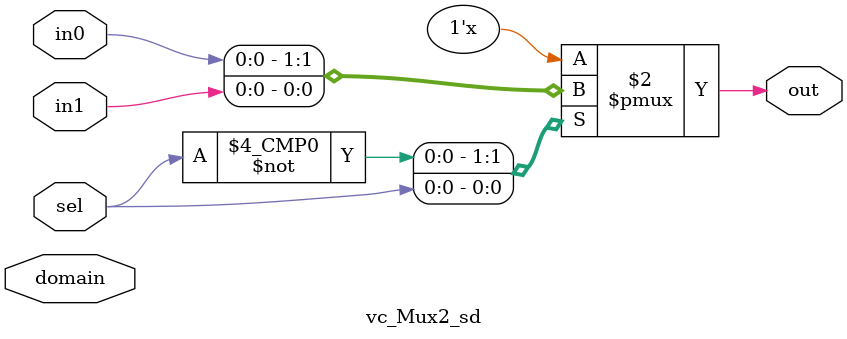
<source format=v>

`ifndef VC_MUX2_SAMEDOMAIN_V
`define VC_MUX2_SAMEDOMAIN_V


module vc_Mux2_sd
#(
  parameter p_nbits = 1
)(
  input      [p_nbits-1:0] 		in0, 
  input		 [p_nbits-1:0] 		in1,
  input					   					domain,
  input                    					sel,
  output reg [p_nbits-1:0] 		out
);

  always @(*)
  begin
    case ( sel )
	  1'd0 : begin
			   out = in0;
		     end

	  1'd1 : begin
			   out = in1;
			 end

      default : out = {p_nbits{1'bx}};
    endcase
  end

endmodule

`endif /* VC_MUX2_SAMEDOMAIN_V */


</source>
